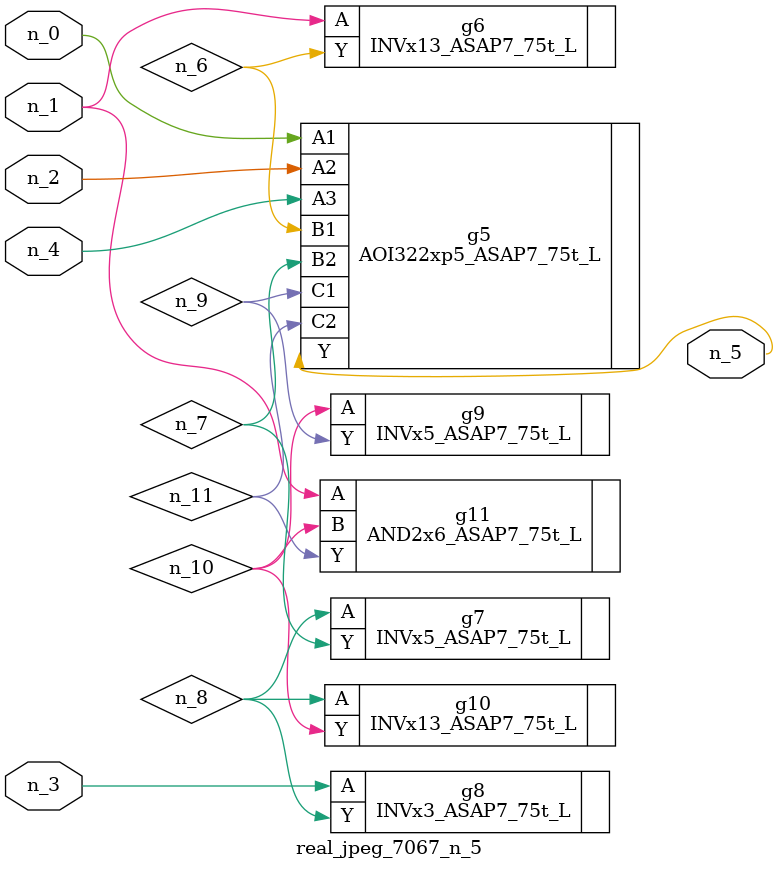
<source format=v>
module real_jpeg_7067_n_5 (n_4, n_0, n_1, n_2, n_3, n_5);

input n_4;
input n_0;
input n_1;
input n_2;
input n_3;

output n_5;

wire n_8;
wire n_11;
wire n_6;
wire n_7;
wire n_10;
wire n_9;

AOI322xp5_ASAP7_75t_L g5 ( 
.A1(n_0),
.A2(n_2),
.A3(n_4),
.B1(n_6),
.B2(n_7),
.C1(n_9),
.C2(n_11),
.Y(n_5)
);

INVx13_ASAP7_75t_L g6 ( 
.A(n_1),
.Y(n_6)
);

AND2x6_ASAP7_75t_L g11 ( 
.A(n_1),
.B(n_10),
.Y(n_11)
);

INVx3_ASAP7_75t_L g8 ( 
.A(n_3),
.Y(n_8)
);

INVx5_ASAP7_75t_L g7 ( 
.A(n_8),
.Y(n_7)
);

INVx13_ASAP7_75t_L g10 ( 
.A(n_8),
.Y(n_10)
);

INVx5_ASAP7_75t_L g9 ( 
.A(n_10),
.Y(n_9)
);


endmodule
</source>
